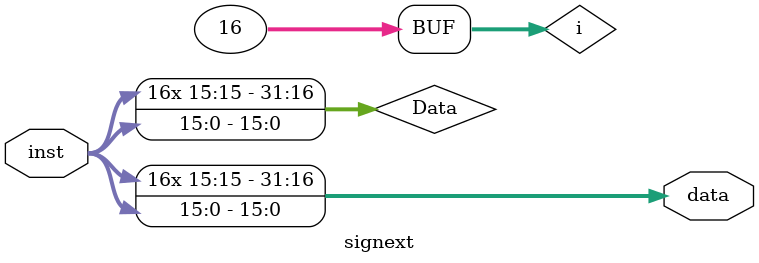
<source format=v>
`timescale 1ns / 1ps


module signext(
    input [15:0] inst,
    output [31:0] data
    );
    reg [31:0] Data;
    assign data=Data;
    integer i;
    always@(inst)
    begin
          for(i=16;i<32;i=i+1)
          begin
          Data[i]=inst[15];
          end
          for(i=0;i<16;i=i+1)
          begin
          Data[i]=inst[i];
          end
    end
endmodule

</source>
